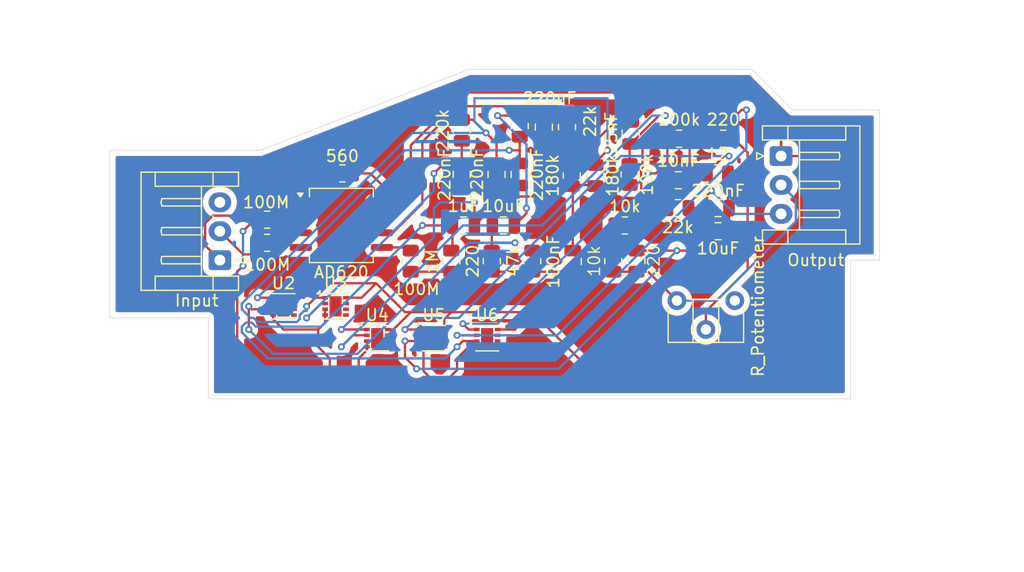
<source format=kicad_pcb>
(kicad_pcb (version 20241229) (generator "pcbnew") (generator_version "9.0")
  (layers (0 "F.Cu" signal) (2 "B.Cu" signal) (13 "F.Paste" user) (15 "B.Paste" user) (5 "F.SilkS" user "F.Silkscreen") (7 "B.SilkS" user "B.Silkscreen") (1 "F.Mask" user) (3 "B.Mask" user) (25 "Edge.Cuts" user))
  (net 0 "")
  (net 1 "Net-(C1-Pad1)")
  (net 2 "Net-(C1-Pad2)")
  (net 3 "Net-(U2A-+)")
  (net 4 "Net-(U2A--)")
  (net 5 "Net-(C3-Pad2)")
  (net 6 "Net-(C4-Pad1)")
  (net 7 "Net-(U3A--)")
  (net 8 "Net-(C6-Pad1)")
  (net 9 "GND")
  (net 10 "Net-(C7-Pad2)")
  (net 11 "Net-(U6A--)")
  (net 12 "Net-(C8-Pad1)")
  (net 13 "Net-(U4A--)")
  (net 14 "Net-(U6A-+)")
  (net 15 "Sound Card")
  (net 16 "Net-(C10-Pad2)")
  (net 17 "Net-(U5A-+)")
  (net 18 "Net-(R1-Pad2)")
  (net 19 "Net-(R1-Pad1)")
  (net 20 "Net-(R2-Pad1)")
  (net 21 "Net-(R10-Pad1)")
  (net 22 "Net-(U5A--)")
  (net 23 "GNDA")
  (net 24 "bioIN-")
  (net 25 "bioIN+")
  (net 26 "bioRef")
  (net 27 "Net-(U2C-PAD)")
  (net 29 "+9V")
  (footprint "Resistor_SMD:R_0805_2012Metric" (layer "F.Cu") (at 147.5 86.0875 -90)
    (property "Reference" "R15" (hide yes))
    (property "Value" "220" (at 0 -1.5 90) (layer "F.SilkS") (effects (font (thickness 0.125))))
    (pad "1" smd roundrect (at -0.9125 0 270) (size 1.025 1.4) (layers "F.Cu" "F.Mask" "F.Paste") (roundrect_rratio 0.243902) (net 17 "Net-(U5A-+)"))
    (pad "2" smd roundrect (at 0.9125 0 270) (size 1.025 1.4) (layers "F.Cu" "F.Mask" "F.Paste") (roundrect_rratio 0.243902) (net 9 "GND"))
  )
  (footprint "Capacitor_SMD:C_0805_2012Metric" (layer "F.Cu") (at 142 86.125 -90)
    (property "Reference" "C6" (hide yes))
    (property "Value" "100nF" (at 0 1.68 90) (layer "F.SilkS"))
    (pad "1" smd roundrect (at -0.95 0 270) (size 1 1.45) (layers "F.Cu" "F.Mask" "F.Paste") (net 8 "Net-(C6-Pad1)"))
    (pad "2" smd roundrect (at 0.95 0 270) (size 1 1.45) (layers "F.Cu" "F.Mask" "F.Paste") (net 9 "GND"))
  )
  (footprint "Resistor_SMD:R_0805_2012Metric" (layer "F.Cu") (at 151.185 75.5 180)
    (property "Reference" "R12" (hide yes))
    (property "Value" "100k" (at 0 1.65 0) (layer "F.SilkS"))
    (pad "1" smd roundrect (at -0.9125 0 180) (size 1.025 1.4) (layers "F.Cu" "F.Mask" "F.Paste") (roundrect_rratio 0.243902) (net 11 "Net-(U6A--)"))
    (pad "2" smd roundrect (at 0.9125 0 180) (size 1.025 1.4) (layers "F.Cu" "F.Mask" "F.Paste") (roundrect_rratio 0.243902) (net 10 "Net-(C7-Pad2)"))
  )
  (footprint "Resistor_SMD:R_0805_2012Metric" (layer "F.Cu") (at 132.4125 74.7625 -90)
    (property "Reference" "R5" (hide yes))
    (property "Value" "220k" (at 0 1.65 90) (layer "F.SilkS"))
    (pad "1" smd roundrect (at -0.9125 0 270) (size 1.025 1.4) (layers "F.Cu" "F.Mask" "F.Paste") (roundrect_rratio 0.243902) (net 6 "Net-(C4-Pad1)"))
    (pad "2" smd roundrect (at 0.9125 0 270) (size 1.025 1.4) (layers "F.Cu" "F.Mask" "F.Paste") (roundrect_rratio 0.243902) (net 7 "Net-(U3A--)"))
  )
  (footprint "Package_DFN_QFN:DFN-8-1EP_2x2mm_P0.5mm_EP1.05x1.75mm" (layer "F.Cu") (at 125.1 92.75)
    (property "Reference" "U4" (at 0 -2 0) (layer "F.SilkS"))
    (property "Value" "LM358_DFN" (hide yes))
    (pad "1" smd rect (at -0.9 -0.75) (size 0.5 0.3) (layers "F.Cu" "F.Mask" "F.Paste") (net 12 "Net-(C8-Pad1)"))
    (pad "2" smd rect (at -0.9 -0.25) (size 0.5 0.3) (layers "F.Cu" "F.Mask" "F.Paste") (net 13 "Net-(U4A--)"))
    (pad "3" smd rect (at -0.9 0.25) (size 0.5 0.3) (layers "F.Cu" "F.Mask" "F.Paste") (net 9 "GND"))
    (pad "4" smd rect (at -0.9 0.75) (size 0.5 0.3) (layers "F.Cu" "F.Mask" "F.Paste") (net 9 "GND"))
    (pad "5" smd rect (at 0.9 0.75) (size 0.5 0.3) (layers "F.Cu" "F.Mask" "F.Paste"))
    (pad "6" smd rect (at 0.9 0.25) (size 0.5 0.3) (layers "F.Cu" "F.Mask" "F.Paste"))
    (pad "7" smd rect (at 0.9 -0.25) (size 0.5 0.3) (layers "F.Cu" "F.Mask" "F.Paste"))
    (pad "8" smd rect (at 0.9 -0.75) (size 0.5 0.3) (layers "F.Cu" "F.Mask" "F.Paste") (net 29 "+9V"))
    (pad "9" smd rect (at 0 0) (size 1.05 1.75) (layers "F.Cu" "F.Mask") (net 27 "Net-(U2C-PAD)"))
  )
  (footprint "Capacitor_SMD:C_0805_2012Metric" (layer "F.Cu") (at 137.4125 78.5875 -90)
    (property "Reference" "C3" (hide yes))
    (property "Value" "220nF" (at 0 -1.49 90) (layer "F.SilkS"))
    (pad "1" smd roundrect (at -0.95 0 270) (size 1 1.45) (layers "F.Cu" "F.Mask" "F.Paste") (net 4 "Net-(U2A--)"))
    (pad "2" smd roundrect (at 0.95 0 270) (size 1 1.45) (layers "F.Cu" "F.Mask" "F.Paste") (net 5 "Net-(C3-Pad2)"))
  )
  (footprint "Resistor_SMD:R_0805_2012Metric" (layer "F.Cu") (at 145.5 86.0875 -90)
    (property "Reference" "R20" (hide yes))
    (property "Value" "10k" (at 0 1.65 90) (layer "F.SilkS") (effects (font (thickness 0.125))))
    (pad "1" smd roundrect (at -0.9125 0 270) (size 1.025 1.4) (layers "F.Cu" "F.Mask" "F.Paste") (roundrect_rratio 0.243902) (net 27 "Net-(U2C-PAD)"))
    (pad "2" smd roundrect (at 0.9125 0 270) (size 1.025 1.4) (layers "F.Cu" "F.Mask" "F.Paste") (roundrect_rratio 0.243902) (net 9 "GND"))
  )
  (footprint "Resistor_SMD:R_0805_2012Metric" (layer "F.Cu") (at 122.0875 78.5)
    (property "Reference" "R1" (hide yes))
    (property "Value" "560" (at 0 -1.5 0) (layer "F.SilkS"))
    (pad "1" smd roundrect (at -0.9125 0) (size 1.025 1.4) (layers "F.Cu" "F.Mask" "F.Paste") (roundrect_rratio 0.243902) (net 19 "Net-(R1-Pad1)"))
    (pad "2" smd roundrect (at 0.9125 0) (size 1.025 1.4) (layers "F.Cu" "F.Mask" "F.Paste") (roundrect_rratio 0.243902) (net 18 "Net-(R1-Pad2)"))
  )
  (footprint "Package_DFN_QFN:DFN-8-1EP_2x2mm_P0.5mm_EP1.05x1.75mm" (layer "F.Cu") (at 117 90)
    (property "Reference" "U2" (at 0 -2 0) (layer "F.SilkS"))
    (property "Value" "LM358_DFN" (hide yes))
    (pad "1" smd rect (at -0.9 -0.75) (size 0.5 0.3) (layers "F.Cu" "F.Mask" "F.Paste") (net 4 "Net-(U2A--)"))
    (pad "2" smd rect (at -0.9 -0.25) (size 0.5 0.3) (layers "F.Cu" "F.Mask" "F.Paste") (net 4 "Net-(U2A--)"))
    (pad "3" smd rect (at -0.9 0.25) (size 0.5 0.3) (layers "F.Cu" "F.Mask" "F.Paste") (net 3 "Net-(U2A-+)"))
    (pad "4" smd rect (at -0.9 0.75) (size 0.5 0.3) (layers "F.Cu" "F.Mask" "F.Paste") (net 9 "GND"))
    (pad "5" smd rect (at 0.9 0.75) (size 0.5 0.3) (layers "F.Cu" "F.Mask" "F.Paste"))
    (pad "6" smd rect (at 0.9 0.25) (size 0.5 0.3) (layers "F.Cu" "F.Mask" "F.Paste"))
    (pad "7" smd rect (at 0.9 -0.25) (size 0.5 0.3) (layers "F.Cu" "F.Mask" "F.Paste"))
    (pad "8" smd rect (at 0.9 -0.75) (size 0.5 0.3) (layers "F.Cu" "F.Mask" "F.Paste") (net 29 "+9V"))
    (pad "9" smd rect (at 0 0) (size 1.05 1.75) (layers "F.Cu" "F.Mask") (net 27 "Net-(U2C-PAD)"))
  )
  (footprint "Resistor_SMD:R_0805_2012Metric" (layer "F.Cu") (at 146.5 83 180)
    (property "Reference" "R19" (hide yes))
    (property "Value" "10k" (at 0 1.65 0) (layer "F.SilkS"))
    (pad "1" smd roundrect (at -0.9125 0 180) (size 1.025 1.4) (layers "F.Cu" "F.Mask" "F.Paste") (roundrect_rratio 0.243902) (net 29 "+9V"))
    (pad "2" smd roundrect (at 0.9125 0 180) (size 1.025 1.4) (layers "F.Cu" "F.Mask" "F.Paste") (roundrect_rratio 0.243902) (net 27 "Net-(U2C-PAD)"))
  )
  (footprint "Resistor_SMD:R_0805_2012Metric" (layer "F.Cu") (at 128 86.0875 90)
    (property "Reference" "R18" (hide yes))
    (property "Value" "100M" (at -2.4125 0.49 180) (layer "F.SilkS"))
    (pad "1" smd roundrect (at -0.9125 0 90) (size 1.025 1.4) (layers "F.Cu" "F.Mask" "F.Paste") (roundrect_rratio 0.243902) (net 9 "GND"))
    (pad "2" smd roundrect (at 0.9125 0 90) (size 1.025 1.4) (layers "F.Cu" "F.Mask" "F.Paste") (roundrect_rratio 0.243902) (net 26 "bioRef"))
  )
  (footprint "Connector_JST:JST_EH_S3B-EH_1x03_P2.50mm_Horizontal" (layer "F.Cu") (at 111.5 86 90)
    (property "Reference" "J2" (hide yes))
    (property "Value" "Input" (at -3.5 -2 0) (layer "F.SilkS"))
    (pad "1" thru_hole roundrect (at 0 0 90) (size 1.7 1.95) (drill 0.95) (layers "*.Cu" "*.Mask") (roundrect_rratio 0.147059) (net 24 "bioIN-"))
    (pad "2" thru_hole oval (at 2.5 0 90) (size 1.7 1.95) (drill 0.95) (layers "*.Cu" "*.Mask") (net 25 "bioIN+"))
    (pad "3" thru_hole oval (at 5 0 90) (size 1.7 1.95) (drill 0.95) (layers "*.Cu" "*.Mask") (net 26 "bioRef"))
  )
  (footprint "Package_DFN_QFN:DFN-8-1EP_2x2mm_P0.5mm_EP1.05x1.75mm" (layer "F.Cu") (at 130 92.75)
    (property "Reference" "U5" (at 0 -2 0) (layer "F.SilkS"))
    (property "Value" "LM358_DFN" (hide yes))
    (pad "1" smd rect (at -0.9 -0.75) (size 0.5 0.3) (layers "F.Cu" "F.Mask" "F.Paste") (net 22 "Net-(U5A--)"))
    (pad "2" smd rect (at -0.9 -0.25) (size 0.5 0.3) (layers "F.Cu" "F.Mask" "F.Paste") (net 22 "Net-(U5A--)"))
    (pad "3" smd rect (at -0.9 0.25) (size 0.5 0.3) (layers "F.Cu" "F.Mask" "F.Paste") (net 17 "Net-(U5A-+)"))
    (pad "4" smd rect (at -0.9 0.75) (size 0.5 0.3) (layers "F.Cu" "F.Mask" "F.Paste") (net 9 "GND"))
    (pad "5" smd rect (at 0.9 0.75) (size 0.5 0.3) (layers "F.Cu" "F.Mask" "F.Paste"))
    (pad "6" smd rect (at 0.9 0.25) (size 0.5 0.3) (layers "F.Cu" "F.Mask" "F.Paste"))
    (pad "7" smd rect (at 0.9 -0.25) (size 0.5 0.3) (layers "F.Cu" "F.Mask" "F.Paste"))
    (pad "8" smd rect (at 0.9 -0.75) (size 0.5 0.3) (layers "F.Cu" "F.Mask" "F.Paste") (net 29 "+9V"))
    (pad "9" smd rect (at 0 0) (size 1.05 1.75) (layers "F.Cu" "F.Mask") (net 27 "Net-(U2C-PAD)"))
  )
  (footprint "Resistor_SMD:R_0805_2012Metric" (layer "F.Cu") (at 137.4125 74.4125 -90)
    (property "Reference" "R4" (hide yes))
    (property "Value" "12")
    (pad "1" smd roundrect (at -0.9125 0 270) (size 1.025 1.4) (layers "F.Cu" "F.Mask" "F.Paste") (roundrect_rratio 0.243902) (net 2 "Net-(C1-Pad2)"))
    (pad "2" smd roundrect (at 0.9125 0 270) (size 1.025 1.4) (layers "F.Cu" "F.Mask" "F.Paste") (roundrect_rratio 0.243902) (net 4 "Net-(U2A--)"))
  )
  (footprint "Resistor_SMD:R_0805_2012Metric" (layer "F.Cu") (at 135 86.0875 -90)
    (property "Reference" "R3" (hide yes))
    (property "Value" "220" (at 0 1.65 90) (layer "F.SilkS"))
    (pad "1" smd roundrect (at -0.9125 0 270) (size 1.025 1.4) (layers "F.Cu" "F.Mask" "F.Paste") (roundrect_rratio 0.243902) (net 3 "Net-(U2A-+)"))
    (pad "2" smd roundrect (at 0.9125 0 270) (size 1.025 1.4) (layers "F.Cu" "F.Mask" "F.Paste") (roundrect_rratio 0.243902) (net 9 "GND"))
  )
  (footprint "Resistor_SMD:R_0805_2012Metric" (layer "F.Cu") (at 151.0875 81.5)
    (property "Reference" "R13" (hide yes))
    (property "Value" "22k" (at 0 1.65 0) (layer "F.SilkS"))
    (pad "1" smd roundrect (at -0.9125 0) (size 1.025 1.4) (layers "F.Cu" "F.Mask" "F.Paste") (roundrect_rratio 0.243902) (net 10 "Net-(C7-Pad2)"))
    (pad "2" smd roundrect (at 0.9125 0) (size 1.025 1.4) (layers "F.Cu" "F.Mask" "F.Paste") (roundrect_rratio 0.243902) (net 15 "Sound Card"))
  )
  (footprint "Resistor_SMD:R_0805_2012Metric" (layer "F.Cu") (at 131.5 86.0875 -90)
    (property "Reference" "R11" (hide yes))
    (property "Value" "1M" (at 0 1.65 90) (layer "F.SilkS"))
    (pad "1" smd roundrect (at -0.9125 0 270) (size 1.025 1.4) (layers "F.Cu" "F.Mask" "F.Paste") (roundrect_rratio 0.243902) (net 14 "Net-(U6A-+)"))
    (pad "2" smd roundrect (at 0.9125 0 270) (size 1.025 1.4) (layers "F.Cu" "F.Mask" "F.Paste") (roundrect_rratio 0.243902) (net 9 "GND"))
  )
  (footprint "Capacitor_SMD:C_0805_2012Metric" (layer "F.Cu") (at 147 75 -90)
    (property "Reference" "C8" (hide yes))
    (property "Value" "25nF" (at 0 1.68 90) (layer "F.SilkS"))
    (pad "1" smd roundrect (at -0.95 0 270) (size 1 1.45) (layers "F.Cu" "F.Mask" "F.Paste") (net 12 "Net-(C8-Pad1)"))
    (pad "2" smd roundrect (at 0.95 0 270) (size 1 1.45) (layers "F.Cu" "F.Mask" "F.Paste") (net 13 "Net-(U4A--)"))
  )
  (footprint "Capacitor_SMD:C_0805_2012Metric" (layer "F.Cu") (at 136 83 180)
    (property "Reference" "C2" (hide yes))
    (property "Value" "10uF" (at 0 1.68 0) (layer "F.SilkS"))
    (pad "1" smd roundrect (at -0.95 0 180) (size 1 1.45) (layers "F.Cu" "F.Mask" "F.Paste") (net 2 "Net-(C1-Pad2)"))
    (pad "2" smd roundrect (at 0.95 0 180) (size 1 1.45) (layers "F.Cu" "F.Mask" "F.Paste") (net 3 "Net-(U2A-+)"))
  )
  (footprint "Resistor_SMD:R_0805_2012Metric" (layer "F.Cu") (at 143.9525 78.6825 -90)
    (property "Reference" "R6" (hide yes))
    (property "Value" "180k" (at 0 -1.5 90) (layer "F.SilkS"))
    (pad "1" smd roundrect (at -0.9125 0 270) (size 1.025 1.4) (layers "F.Cu" "F.Mask" "F.Paste") (roundrect_rratio 0.243902) (net 6 "Net-(C4-Pad1)"))
    (pad "2" smd roundrect (at 0.9125 0 270) (size 1.025 1.4) (layers "F.Cu" "F.Mask" "F.Paste") (roundrect_rratio 0.243902) (net 8 "Net-(C6-Pad1)"))
  )
  (footprint "Package_SO:SOIC-8_5.3x6.2mm_P1.27mm" (layer "F.Cu") (at 122 83)
    (property "Reference" "U1" (hide yes))
    (property "Value" "AD620" (at 0 4.05 0) (layer "F.SilkS"))
    (pad "1" smd roundrect (at -3.5 -1.905) (size 1.9 0.6) (layers "F.Cu" "F.Mask" "F.Paste") (net 19 "Net-(R1-Pad1)"))
    (pad "2" smd roundrect (at -3.5 -0.635) (size 1.9 0.6) (layers "F.Cu" "F.Mask" "F.Paste") (net 24 "bioIN-"))
    (pad "3" smd roundrect (at -3.5 0.635) (size 1.9 0.6) (layers "F.Cu" "F.Mask" "F.Paste") (net 25 "bioIN+"))
    (pad "4" smd roundrect (at -3.5 1.905) (size 1.9 0.6) (layers "F.Cu" "F.Mask" "F.Paste") (net 23 "GNDA"))
    (pad "5" smd roundrect (at 3.5 1.905) (size 1.9 0.6) (layers "F.Cu" "F.Mask" "F.Paste") (net 26 "bioRef"))
    (pad "6" smd roundrect (at 3.5 0.635) (size 1.9 0.6) (layers "F.Cu" "F.Mask" "F.Paste") (net 20 "Net-(R2-Pad1)"))
    (pad "7" smd roundrect (at 3.5 -0.635) (size 1.9 0.6) (layers "F.Cu" "F.Mask" "F.Paste") (net 29 "+9V"))
    (pad "8" smd roundrect (at 3.5 -1.905) (size 1.9 0.6) (layers "F.Cu" "F.Mask" "F.Paste") (net 18 "Net-(R1-Pad2)"))
  )
  (footprint "Capacitor_SMD:C_0805_2012Metric" (layer "F.Cu") (at 135.4125 78.5875 -90)
    (property "Reference" "C4" (hide yes))
    (property "Value" "220nF" (at 0 1.68 90) (layer "F.SilkS"))
    (pad "1" smd roundrect (at -0.95 0 270) (size 1 1.45) (layers "F.Cu" "F.Mask" "F.Paste") (net 6 "Net-(C4-Pad1)"))
    (pad "2" smd roundrect (at 0.95 0 270) (size 1 1.45) (layers "F.Cu" "F.Mask" "F.Paste") (net 5 "Net-(C3-Pad2)"))
  )
  (footprint "Package_DFN_QFN:DFN-8-1EP_2x2mm_P0.5mm_EP1.05x1.75mm" (layer "F.Cu") (at 121.5 90)
    (property "Reference" "U3" (at 0 -2 0) (layer "F.SilkS"))
    (property "Value" "LM358_DFN" (hide yes))
    (pad "1" smd rect (at -0.9 -0.75) (size 0.5 0.3) (layers "F.Cu" "F.Mask" "F.Paste") (net 6 "Net-(C4-Pad1)"))
    (pad "2" smd rect (at -0.9 -0.25) (size 0.5 0.3) (layers "F.Cu" "F.Mask" "F.Paste") (net 7 "Net-(U3A--)"))
    (pad "3" smd rect (at -0.9 0.25) (size 0.5 0.3) (layers "F.Cu" "F.Mask" "F.Paste") (net 9 "GND"))
    (pad "4" smd rect (at -0.9 0.75) (size 0.5 0.3) (layers "F.Cu" "F.Mask" "F.Paste") (net 9 "GND"))
    (pad "5" smd rect (at 0.9 0.75) (size 0.5 0.3) (layers "F.Cu" "F.Mask" "F.Paste"))
    (pad "6" smd rect (at 0.9 0.25) (size 0.5 0.3) (layers "F.Cu" "F.Mask" "F.Paste"))
    (pad "7" smd rect (at 0.9 -0.25) (size 0.5 0.3) (layers "F.Cu" "F.Mask" "F.Paste"))
    (pad "8" smd rect (at 0.9 -0.75) (size 0.5 0.3) (layers "F.Cu" "F.Mask" "F.Paste") (net 29 "+9V"))
    (pad "9" smd rect (at 0 0) (size 1.05 1.75) (layers "F.Cu" "F.Mask") (net 27 "Net-(U2C-PAD)"))
  )
  (footprint "Resistor_SMD:R_0805_2012Metric" (layer "F.Cu") (at 141.5 74.5 -90)
    (property "Reference" "R2" (hide yes))
    (property "Value" "22k" (at -0.5 -2 90) (layer "F.SilkS"))
    (pad "1" smd roundrect (at -0.9125 0 270) (size 1.025 1.4) (layers "F.Cu" "F.Mask" "F.Paste") (roundrect_rratio 0.243902) (net 20 "Net-(R2-Pad1)"))
    (pad "2" smd roundrect (at 0.9125 0 270) (size 1.025 1.4) (layers "F.Cu" "F.Mask" "F.Paste") (roundrect_rratio 0.243902) (net 1 "Net-(C1-Pad1)"))
  )
  (footprint "Resistor_SMD:R_0805_2012Metric" (layer "F.Cu") (at 154.5 78.5 180)
    (property "Reference" "R14" (hide yes))
    (property "Value" "12" (at 0 1.65 0) (layer "F.SilkS"))
    (pad "1" smd roundrect (at -0.9125 0 180) (size 1.025 1.4) (layers "F.Cu" "F.Mask" "F.Paste") (roundrect_rratio 0.243902) (net 16 "Net-(C10-Pad2)"))
    (pad "2" smd roundrect (at 0.9125 0 180) (size 1.025 1.4) (layers "F.Cu" "F.Mask" "F.Paste") (roundrect_rratio 0.243902) (net 22 "Net-(U5A--)"))
  )
  (footprint "Potentiometer_THT:Potentiometer_ACP_CA6-H2,5_Horizontal" (layer "F.Cu") (at 156 89.5 -90)
    (property "Reference" "RV1" (hide yes))
    (property "Value" "R_Potentiometer" (at 0.5 -2 90) (layer "F.SilkS"))
    (pad "1" thru_hole circle (at 0 0 270) (size 1.62 1.62) (drill 0.9) (layers "*.Cu" "*.Mask"))
    (pad "2" thru_hole circle (at 2.5 2.5 270) (size 1.62 1.62) (drill 0.9) (layers "*.Cu" "*.Mask") (net 21 "Net-(R10-Pad1)"))
    (pad "3" thru_hole circle (at 0 5 270) (size 1.62 1.62) (drill 0.9) (layers "*.Cu" "*.Mask") (net 9 "GND"))
  )
  (footprint "Capacitor_SMD:C_0805_2012Metric" (layer "F.Cu") (at 151.125 79.09 180)
    (property "Reference" "C7" (hide yes))
    (property "Value" "10nF" (at 0 1.68 0) (layer "F.SilkS"))
    (pad "1" smd roundrect (at -0.95 0 180) (size 1 1.45) (layers "F.Cu" "F.Mask" "F.Paste") (net 11 "Net-(U6A--)"))
    (pad "2" smd roundrect (at 0.95 0 180) (size 1 1.45) (layers "F.Cu" "F.Mask" "F.Paste") (net 10 "Net-(C7-Pad2)"))
  )
  (footprint "Resistor_SMD:R_0805_2012Metric" (layer "F.Cu") (at 141.9125 78.675 -90)
    (property "Reference" "R8" (hide yes))
    (property "Value" "180k" (at 0 1.65 90) (layer "F.SilkS"))
    (pad "1" smd roundrect (at -0.9125 0 270) (size 1.025 1.4) (layers "F.Cu" "F.Mask" "F.Paste") (roundrect_rratio 0.243902) (net 12 "Net-(C8-Pad1)"))
    (pad "2" smd roundrect (at 0.9125 0 270) (size 1.025 1.4) (layers "F.Cu" "F.Mask" "F.Paste") (roundrect_rratio 0.243902) (net 8 "Net-(C6-Pad1)"))
  )
  (footprint "Resistor_SMD:R_0805_2012Metric" (layer "F.Cu") (at 146.9125 78.5875 90)
    (property "Reference" "R9" (hide yes))
    (property "Value" "100k" (at 0 1.5 90) (layer "F.SilkS"))
    (pad "1" smd roundrect (at -0.9125 0 90) (size 1.025 1.4) (layers "F.Cu" "F.Mask" "F.Paste") (roundrect_rratio 0.243902) (net 8 "Net-(C6-Pad1)"))
    (pad "2" smd roundrect (at 0.9125 0 90) (size 1.025 1.4) (layers "F.Cu" "F.Mask" "F.Paste") (roundrect_rratio 0.243902) (net 13 "Net-(U4A--)"))
  )
  (footprint "Resistor_SMD:R_0805_2012Metric" (layer "F.Cu") (at 115.5875 82.5 180)
    (property "Reference" "R16" (hide yes))
    (property "Value" "100M" (at 0.0875 1.5 0) (layer "F.SilkS"))
    (pad "1" smd roundrect (at -0.9125 0 180) (size 1.025 1.4) (layers "F.Cu" "F.Mask" "F.Paste") (roundrect_rratio 0.243902) (net 24 "bioIN-"))
    (pad "2" smd roundrect (at 0.9125 0 180) (size 1.025 1.4) (layers "F.Cu" "F.Mask" "F.Paste") (roundrect_rratio 0.243902) (net 9 "GND"))
  )
  (footprint "Capacitor_SMD:C_0805_2012Metric" (layer "F.Cu") (at 132.4025 78.5875 90)
    (property "Reference" "C5" (hide yes))
    (property "Value" "220nF" (at 0 -1.49 90) (layer "F.SilkS"))
    (pad "1" smd roundrect (at -0.95 0 90) (size 1 1.45) (layers "F.Cu" "F.Mask" "F.Paste") (net 5 "Net-(C3-Pad2)"))
    (pad "2" smd roundrect (at 0.95 0 90) (size 1 1.45) (layers "F.Cu" "F.Mask" "F.Paste") (net 7 "Net-(U3A--)"))
  )
  (footprint "Capacitor_SMD:C_0805_2012Metric" (layer "F.Cu") (at 154.55 83.5 180)
    (property "Reference" "C16" (hide yes))
    (property "Value" "10uF" (at 0 -1.49 0) (layer "F.SilkS"))
    (pad "1" smd roundrect (at -0.95 0 180) (size 1 1.45) (layers "F.Cu" "F.Mask" "F.Paste") (net 16 "Net-(C10-Pad2)"))
    (pad "2" smd roundrect (at 0.95 0 180) (size 1 1.45) (layers "F.Cu" "F.Mask" "F.Paste") (net 17 "Net-(U5A-+)"))
  )
  (footprint "Package_DFN_QFN:DFN-8-1EP_2x2mm_P0.5mm_EP1.05x1.75mm" (layer "F.Cu") (at 134.6 92.75)
    (property "Reference" "U6" (at 0 -2 0) (layer "F.SilkS"))
    (property "Value" "LM358_DFN" (hide yes))
    (pad "1" smd rect (at -0.9 -0.75) (size 0.5 0.3) (layers "F.Cu" "F.Mask" "F.Paste") (net 10 "Net-(C7-Pad2)"))
    (pad "2" smd rect (at -0.9 -0.25) (size 0.5 0.3) (layers "F.Cu" "F.Mask" "F.Paste") (net 11 "Net-(U6A--)"))
    (pad "3" smd rect (at -0.9 0.25) (size 0.5 0.3) (layers "F.Cu" "F.Mask" "F.Paste") (net 14 "Net-(U6A-+)"))
    (pad "4" smd rect (at -0.9 0.75) (size 0.5 0.3) (layers "F.Cu" "F.Mask" "F.Paste") (net 9 "GND"))
    (pad "5" smd rect (at 0.9 0.75) (size 0.5 0.3) (layers "F.Cu" "F.Mask" "F.Paste"))
    (pad "6" smd rect (at 0.9 0.25) (size 0.5 0.3) (layers "F.Cu" "F.Mask" "F.Paste"))
    (pad "7" smd rect (at 0.9 -0.25) (size 0.5 0.3) (layers "F.Cu" "F.Mask" "F.Paste"))
    (pad "8" smd rect (at 0.9 -0.75) (size 0.5 0.3) (layers "F.Cu" "F.Mask" "F.Paste") (net 29 "+9V"))
    (pad "9" smd rect (at 0 0) (size 1.05 1.75) (layers "F.Cu" "F.Mask") (net 27 "Net-(U2C-PAD)"))
  )
  (footprint "Capacitor_SMD:C_0805_2012Metric" (layer "F.Cu") (at 154.55 81.5)
    (property "Reference" "C10" (hide yes))
    (property "Value" "220nF" (at 0 -1.5 0) (layer "F.SilkS"))
    (pad "1" smd roundrect (at -0.95 0) (size 1 1.45) (layers "F.Cu" "F.Mask" "F.Paste") (net 15 "Sound Card"))
    (pad "2" smd roundrect (at 0.95 0) (size 1 1.45) (layers "F.Cu" "F.Mask" "F.Paste") (net 16 "Net-(C10-Pad2)"))
  )
  (footprint "Resistor_SMD:R_0805_2012Metric" (layer "F.Cu") (at 155 75.5 180)
    (property "Reference" "R10" (hide yes))
    (property "Value" "220" (at 0 1.65 0) (layer "F.SilkS"))
    (pad "1" smd roundrect (at -0.9125 0 180) (size 1.025 1.4) (layers "F.Cu" "F.Mask" "F.Paste") (roundrect_rratio 0.243902) (net 21 "Net-(R10-Pad1)"))
    (pad "2" smd roundrect (at 0.9125 0 180) (size 1.025 1.4) (layers "F.Cu" "F.Mask" "F.Paste") (roundrect_rratio 0.243902) (net 11 "Net-(U6A--)"))
  )
  (footprint "Capacitor_SMD:C_0805_2012Metric" (layer "F.Cu") (at 132.55 83 180)
    (property "Reference" "C9" (hide yes))
    (property "Value" "1uF" (at 0 1.68 0) (layer "F.SilkS"))
    (pad "1" smd roundrect (at -0.95 0 180) (size 1 1.45) (layers "F.Cu" "F.Mask" "F.Paste") (net 12 "Net-(C8-Pad1)"))
    (pad "2" smd roundrect (at 0.95 0 180) (size 1 1.45) (layers "F.Cu" "F.Mask" "F.Paste") (net 14 "Net-(U6A-+)"))
  )
  (footprint "Resistor_SMD:R_0805_2012Metric" (layer "F.Cu") (at 115.5875 84.5 180)
    (property "Reference" "R17" (hide yes))
    (property "Value" "100M" (at 0 -1.9 0) (layer "F.SilkS"))
    (pad "1" smd roundrect (at -0.9125 0 180) (size 1.025 1.4) (layers "F.Cu" "F.Mask" "F.Paste") (roundrect_rratio 0.243902) (net 25 "bioIN+"))
    (pad "2" smd roundrect (at 0.9125 0 180) (size 1.025 1.4) (layers "F.Cu" "F.Mask" "F.Paste") (roundrect_rratio 0.243902) (net 9 "GND"))
  )
  (footprint "Resistor_SMD:R_0805_2012Metric" (layer "F.Cu") (at 138.5 86.0875 -90)
    (property "Reference" "R7" (hide yes))
    (property "Value" "47k" (at 0 1.65 90) (layer "F.SilkS"))
    (pad "1" smd roundrect (at -0.9125 0 270) (size 1.025 1.4) (layers "F.Cu" "F.Mask" "F.Paste") (roundrect_rratio 0.243902) (net 5 "Net-(C3-Pad2)"))
    (pad "2" smd roundrect (at 0.9125 0 270) (size 1.025 1.4) (layers "F.Cu" "F.Mask" "F.Paste") (roundrect_rratio 0.243902) (net 9 "GND"))
  )
  (footprint "Connector_JST:JST_EH_S3B-EH_1x03_P2.50mm_Horizontal" (layer "F.Cu") (at 160 77 -90)
    (property "Reference" "J1" (hide yes))
    (property "Value" "Output" (at 9 -3 180) (layer "F.SilkS"))
    (pad "1" thru_hole roundrect (at 0 0 270) (size 1.7 1.95) (drill 0.95) (layers "*.Cu" "*.Mask") (roundrect_rratio 0.147059) (net 29 "+9V"))
    (pad "2" thru_hole oval (at 2.5 0 270) (size 1.7 1.95) (drill 0.95) (layers "*.Cu" "*.Mask") (net 9 "GND"))
    (pad "3" thru_hole oval (at 5 0 270) (size 1.7 1.95) (drill 0.95) (layers "*.Cu" "*.Mask") (net 15 "Sound Card"))
  )
  (footprint "Capacitor_SMD:C_0805_2012Metric" (layer "F.Cu") (at 139.5 74.5 90)
    (property "Reference" "C1" (hide yes))
    (property "Value" "220nF" (at 2.5 0.5 180) (layer "F.SilkS"))
    (pad "1" smd roundrect (at -0.95 0 90) (size 1 1.45) (layers "F.Cu" "F.Mask" "F.Paste") (net 1 "Net-(C1-Pad1)"))
    (pad "2" smd roundrect (at 0.95 0 90) (size 1 1.45) (layers "F.Cu" "F.Mask" "F.Paste") (net 2 "Net-(C1-Pad2)"))
  )
  (gr_line (start 157.5 69.5) (end 133 69.5) (stroke (width 0.05)) (layer "Edge.Cuts"))
  (gr_line (start 166 86) (end 168.5 86) (stroke (width 0.05)) (layer "Edge.Cuts"))
  (gr_line (start 102 76.5) (end 102 91) (stroke (width 0.05)) (layer "Edge.Cuts"))
  (gr_line (start 110.5 98) (end 166 98) (stroke (width 0.05)) (layer "Edge.Cuts"))
  (gr_line (start 166 98) (end 166 86) (stroke (width 0.05)) (layer "Edge.Cuts"))
  (gr_line (start 168.5 73) (end 161 73) (stroke (width 0.05)) (layer "Edge.Cuts"))
  (gr_line (start 133 69.5) (end 115 76.5) (stroke (width 0.05)) (layer "Edge.Cuts"))
  (gr_line (start 110.5 91) (end 110.5 98) (stroke (width 0.05)) (layer "Edge.Cuts"))
  (gr_line (start 115 76.5) (end 102 76.5) (stroke (width 0.05)) (layer "Edge.Cuts"))
  (gr_line (start 161 73) (end 157.5 69.5) (stroke (width 0.05)) (layer "Edge.Cuts"))
  (gr_line (start 168.5 86) (end 168.5 73) (stroke (width 0.05)) (layer "Edge.Cuts"))
  (gr_line (start 102 91) (end 110.5 91) (stroke (width 0.05)) (layer "Edge.Cuts"))
  (segment (start 141.4625 75.45) (end 141.5 75.4125) (width 0.2) (layer "F.Cu") (net 1))
  (segment (start 139.5 75.45) (end 141.4625 75.45) (width 0.2) (layer "F.Cu") (net 1))
  (segment (start 137.4125 73.5) (end 135.5 73.5) (width 0.2) (layer "F.Cu") (net 2))
  (segment (start 138 81.95) (end 138 81.5) (width 0.2) (layer "F.Cu") (net 2))
  (segment (start 139.2 73.85) (end 139.5 73.55) (width 0.2) (layer "F.Cu") (net 2))
  (segment (start 139.45 73.5) (end 139.5 73.55) (width 0.2) (layer "F.Cu") (net 2))
  (segment (start 137.4125 73.5) (end 139.45 73.5) (width 0.2) (layer "F.Cu") (net 2))
  (segment (start 136.95 83) (end 138 81.95) (width 0.2) (layer "F.Cu") (net 2))
  (via (at 135.5 73.5) (size 0.6) (drill 0.3) (layers "F.Cu" "B.Cu") (net 2))
  (via (at 138 81.5) (size 0.6) (drill 0.3) (layers "F.Cu" "B.Cu") (net 2))
  (segment (start 135.5 73.5) (end 138 76) (width 0.2) (layer "B.Cu") (net 2))
  (segment (start 138 76) (end 138 81.5) (width 0.2) (layer "B.Cu") (net 2))
  (segment (start 135 83.05) (end 135.05 83) (width 0.2) (layer "F.Cu") (net 3))
  (segment (start 116.1 90.25) (end 114.5 90.25) (width 0.2) (layer "F.Cu") (net 3))
  (segment (start 114 90) (end 114 92) (width 0.2) (layer "F.Cu") (net 3))
  (segment (start 114.25 90.25) (end 114 90) (width 0.2) (layer "F.Cu") (net 3))
  (segment (start 135 85.175) (end 135 84.5) (width 0.2) (layer "F.Cu") (net 3))
  (segment (start 135 84.5) (end 135 83.05) (width 0.2) (layer "F.Cu") (net 3))
  (segment (start 114.5 90.25) (end 114.25 90.25) (width 0.2) (layer "F.Cu") (net 3))
  (segment (start 135 84.5) (end 137 84.5) (width 0.2) (layer "F.Cu") (net 3))
  (via (at 114 90) (size 0.6) (drill 0.3) (layers "F.Cu" "B.Cu") (net 3))
  (via (at 137 84.5) (size 0.6) (drill 0.3) (layers "F.Cu" "B.Cu") (net 3))
  (via (at 114 92) (size 0.6) (drill 0.3) (layers "F.Cu" "B.Cu") (net 3))
  (segment (start 137 84.5) (end 133 84.5) (width 0.2) (layer "B.Cu") (net 3))
  (segment (start 123.399 94.101) (end 116.101 94.101) (width 0.2) (layer "B.Cu") (net 3))
  (segment (start 133 84.5) (end 123.399 94.101) (width 0.2) (layer "B.Cu") (net 3))
  (segment (start 116.101 94.101) (end 114 92) (width 0.2) (layer "B.Cu") (net 3))
  (segment (start 137.4125 75.325) (end 137.4125 76.5) (width 0.2) (layer "F.Cu") (net 4))
  (segment (start 137.4125 76.5) (end 137.4125 77.6375) (width 0.2) (layer "F.Cu") (net 4))
  (segment (start 116.1 89.25) (end 116.1 89.75) (width 0.2) (layer "F.Cu") (net 4))
  (segment (start 116.1 89.25) (end 114.75 89.25) (width 0.2) (layer "F.Cu") (net 4))
  (segment (start 137.4125 76.5) (end 136.5 76.5) (width 0.2) (layer "F.Cu") (net 4))
  (via (at 114.75 89.25) (size 0.6) (drill 0.3) (layers "F.Cu" "B.Cu") (net 4))
  (via (at 136.5 76.5) (size 0.6) (drill 0.3) (layers "F.Cu" "B.Cu") (net 4))
  (segment (start 127.5 76.5) (end 136.5 76.5) (width 0.2) (layer "B.Cu") (net 4))
  (segment (start 114.75 89.25) (end 127.5 76.5) (width 0.2) (layer "B.Cu") (net 4))
  (segment (start 137.4125 79.5375) (end 132.4025 79.5375) (width 0.2) (layer "F.Cu") (net 5))
  (segment (start 135.4125 77.6375) (end 135.4125 75.9125) (width 0.2) (layer "F.Cu") (net 6))
  (segment (start 143.9525 77.77) (end 143.9525 77.5475) (width 0.2) (layer "F.Cu") (net 6))
  (segment (start 133.35 73.85) (end 132.4125 73.85) (width 0.2) (layer "F.Cu") (net 6))
  (segment (start 119 90) (end 119.75 89.25) (width 0.2) (layer "F.Cu") (net 6))
  (segment (start 143.9525 77.5475) (end 145 76.5) (width 0.2) (layer "F.Cu") (net 6))
  (segment (start 134.5 75) (end 133.35 73.85) (width 0.2) (layer "F.Cu") (net 6))
  (segment (start 135.4125 75.9125) (end 134.5 75) (width 0.2) (layer "F.Cu") (net 6))
  (segment (start 119.75 89.25) (end 120.6 89.25) (width 0.2) (layer "F.Cu") (net 6))
  (via (at 119 90) (size 0.6) (drill 0.3) (layers "F.Cu" "B.Cu") (net 6))
  (via (at 145 76.5) (size 0.6) (drill 0.3) (layers "F.Cu" "B.Cu") (net 6))
  (via (at 134.5 75) (size 0.6) (drill 0.3) (layers "F.Cu" "B.Cu") (net 6))
  (segment (start 118.399 91.101) (end 118.149943 91.350057) (width 0.2) (layer "B.Cu") (net 6))
  (segment (start 133.5 72) (end 133.5 74) (width 0.2) (layer "B.Cu") (net 6))
  (segment (start 145 76.5) (end 145 72) (width 0.2) (layer "B.Cu") (net 6))
  (segment (start 128.150057 75) (end 134.5 75) (width 0.2) (layer "B.Cu") (net 6))
  (segment (start 113.399 90.248943) (end 113.399 89.751057) (width 0.2) (layer "B.Cu") (net 6))
  (segment (start 118.751057 90.399) (end 118.399 90.751057) (width 0.2) (layer "B.Cu") (net 6))
  (segment (start 114.148057 90.998) (end 113.399 90.248943) (width 0.2) (layer "B.Cu") (net 6))
  (segment (start 118.399 90.751057) (end 118.399 91.101) (width 0.2) (layer "B.Cu") (net 6))
  (segment (start 119 90.399) (end 118.751057 90.399) (width 0.2) (layer "B.Cu") (net 6))
  (segment (start 114.415043 90.998) (end 114.148057 90.998) (width 0.2) (layer "B.Cu") (net 6))
  (segment (start 119 90) (end 119 90.399) (width 0.2) (layer "B.Cu") (net 6))
  (segment (start 145 72) (end 133.5 72) (width 0.2) (layer "B.Cu") (net 6))
  (segment (start 114.7671 91.350057) (end 114.415043 90.998) (width 0.2) (layer "B.Cu") (net 6))
  (segment (start 113.399 89.751057) (end 128.150057 75) (width 0.2) (layer "B.Cu") (net 6))
  (segment (start 133.5 74) (end 134.5 75) (width 0.2) (layer "B.Cu") (net 6))
  (segment (start 118.149943 91.350057) (end 114.7671 91.350057) (width 0.2) (layer "B.Cu") (net 6))
  (segment (start 130 78.5) (end 130.8625 77.6375) (width 0.2) (layer "F.Cu") (net 7))
  (segment (start 132.4025 75.685) (end 132.4125 75.675) (width 0.2) (layer "F.Cu") (net 7))
  (segment (start 132.4025 77.6375) (end 132.4025 75.685) (width 0.2) (layer "F.Cu") (net 7))
  (segment (start 120.25 89.75) (end 119 91) (width 0.2) (layer "F.Cu") (net 7))
  (segment (start 120.6 89.75) (end 120.25 89.75) (width 0.2) (layer "F.Cu") (net 7))
  (segment (start 130.8625 77.6375) (end 132.4025 77.6375) (width 0.2) (layer "F.Cu") (net 7))
  (via (at 130 78.5) (size 0.6) (drill 0.3) (layers "F.Cu" "B.Cu") (net 7))
  (via (at 119 91) (size 0.6) (drill 0.3) (layers "F.Cu" "B.Cu") (net 7))
  (segment (start 130 80) (end 130 78.5) (width 0.2) (layer "B.Cu") (net 7))
  (segment (start 119 91) (end 130 80) (width 0.2) (layer "B.Cu") (net 7))
  (segment (start 142.5 79.5) (end 146.9125 79.5) (width 0.2) (layer "F.Cu") (net 8))
  (segment (start 142 79.675) (end 141.9125 79.5875) (width 0.2) (layer "F.Cu") (net 8))
  (segment (start 142.4125 79.5875) (end 142.5 79.5) (width 0.2) (layer "F.Cu") (net 8))
  (segment (start 141.9125 79.5875) (end 142.4125 79.5875) (width 0.2) (layer "F.Cu") (net 8))
  (segment (start 142 85.175) (end 142 79.675) (width 0.2) (layer "F.Cu") (net 8))
  (segment (start 147.5 87) (end 148.5 87) (width 0.2) (layer "F.Cu") (net 9))
  (segment (start 123.5 96) (end 124 96.5) (width 0.2) (layer "F.Cu") (net 9))
  (segment (start 128 87) (end 147.5 87) (width 0.2) (layer "F.Cu") (net 9))
  (segment (start 133 93.5) (end 132 94.5) (width 0.2) (layer "F.Cu") (net 9))
  (segment (start 120 93.5) (end 120 92) (width 0.2) (layer "F.Cu") (net 9))
  (segment (start 116.1 91.102) (end 116.1 90.75) (width 0.2) (layer "F.Cu") (net 9))
  (segment (start 130 96.5) (end 124 96.5) (width 0.2) (layer "F.Cu") (net 9))
  (segment (start 121 96) (end 121.5 96.5) (width 0.2) (layer "F.Cu") (net 9))
  (segment (start 133.7 93.5) (end 133 93.5) (width 0.2) (layer "F.Cu") (net 9))
  (segment (start 121 94.5) (end 120 93.5) (width 0.2) (layer "F.Cu") (net 9))
  (segment (start 124.2 93.8) (end 123.5 94.5) (width 0.2) (layer "F.Cu") (net 9))
  (segment (start 124 96.5) (end 121.5 96.5) (width 0.2) (layer "F.Cu") (net 9))
  (segment (start 114.675 82.5) (end 114.5 82.5) (width 0.2) (layer "F.Cu") (net 9))
  (segment (start 131 96.5) (end 130 96.5) (width 0.2) (layer "F.Cu") (net 9))
  (segment (start 124.2 93) (end 124.2 93.5) (width 0.2) (layer "F.Cu") (net 9))
  (segment (start 129.1 95.6) (end 130 96.5) (width 0.2) (layer "F.Cu") (net 9))
  (segment (start 124.2 93.5) (end 124.2 93.8) (width 0.2) (layer "F.Cu") (net 9))
  (segment (start 123.5 94.5) (end 123.5 96) (width 0.2) (layer "F.Cu") (net 9))
  (segment (start 113 94) (end 113 87) (width 0.2) (layer "F.Cu") (net 9))
  (segment (start 121.5 96.5) (end 115.5 96.5) (width 0.2) (layer "F.Cu") (net 9))
  (segment (start 116.998 92) (end 116.1 91.102) (width 0.2) (layer "F.Cu") (net 9))
  (segment (start 129.1 93.5) (end 129.1 95.6) (width 0.2) (layer "F.Cu") (net 9))
  (segment (start 114.675 82.5) (end 114.675 84.5) (width 0.2) (layer "F.Cu") (net 9))
  (segment (start 120.6 90.75) (end 120.6 91.4) (width 0.2) (layer "F.Cu") (net 9))
  (segment (start 132 94.5) (end 132 95.5) (width 0.2) (layer "F.Cu") (net 9))
  (segment (start 113 87) (end 113.5 86.5) (width 0.2) (layer "F.Cu") (net 9))
  (segment (start 114.5 82.5) (end 113.5 83.5) (width 0.2) (layer "F.Cu") (net 9))
  (segment (start 148.5 87) (end 151 89.5) (width 0.2) (layer "F.Cu") (net 9))
  (segment (start 120.6 90.75) (end 120.6 90.25) (width 0.2) (layer "F.Cu") (net 9))
  (segment (start 132 95.5) (end 131 96.5) (width 0.2) (layer "F.Cu") (net 9))
  (segment (start 120.6 91.4) (end 120 92) (width 0.2) (layer "F.Cu") (net 9))
  (segment (start 121 94.5) (end 121 96) (width 0.2) (layer "F.Cu") (net 9))
  (segment (start 120 92) (end 116.998 92) (width 0.2) (layer "F.Cu") (net 9))
  (segment (start 115.5 96.5) (end 113 94) (width 0.2) (layer "F.Cu") (net 9))
  (via (at 113.5 83.5) (size 0.6) (drill 0.3) (layers "F.Cu" "B.Cu") (net 9))
  (via (at 113.5 86.5) (size 0.6) (drill 0.3) (layers "F.Cu" "B.Cu") (net 9))
  (segment (start 161.276 82.652808) (end 154.428808 89.5) (width 0.2) (layer "B.Cu") (net 9))
  (segment (start 161.276 80.776) (end 161.276 82.652808) (width 0.2) (layer "B.Cu") (net 9))
  (segment (start 154.428808 89.5) (end 151 89.5) (width 0.2) (layer "B.Cu") (net 9))
  (segment (start 113.5 83.5) (end 113.5 86.5) (width 0.2) (layer "B.Cu") (net 9))
  (segment (start 160 79.5) (end 161.276 80.776) (width 0.2) (layer "B.Cu") (net 9))
  (segment (start 150.175 77.5) (end 150.175 75.5975) (width 0.2) (layer "F.Cu") (net 10))
  (segment (start 133.7 92) (end 133 92) (width 0.2) (layer "F.Cu") (net 10))
  (segment (start 133 92) (end 132.5 91.5) (width 0.2) (layer "F.Cu") (net 10))
  (segment (start 150.175 75.5975) (end 150.2725 75.5) (width 0.2) (layer "F.Cu") (net 10))
  (segment (start 150.175 81.5) (end 150.175 77.5) (width 0.2) (layer "F.Cu") (net 10))
  (segment (start 149.175 78.5) (end 148.5 78.5) (width 0.2) (layer "F.Cu") (net 10))
  (segment (start 150.175 77.5) (end 149.175 78.5) (width 0.2) (layer "F.Cu") (net 10))
  (via (at 148.5 78.5) (size 0.6) (drill 0.3) (layers "F.Cu" "B.Cu") (net 10))
  (via (at 132.5 91.5) (size 0.6) (drill 0.3) (layers "F.Cu" "B.Cu") (net 10))
  (segment (start 135.5 91.5) (end 148.5 78.5) (width 0.2) (layer "B.Cu") (net 10))
  (segment (start 132.5 91.5) (end 135.5 91.5) (width 0.2) (layer "B.Cu") (net 10))
  (segment (start 152.0975 75.5) (end 154.0875 75.5) (width 0.2) (layer "F.Cu") (net 11))
  (segment (start 152.0975 79.0675) (end 152.075 79.09) (width 0.2) (layer "F.Cu") (net 11))
  (segment (start 152.0975 75.5) (end 152.0975 79.0675) (width 0.2) (layer "F.Cu") (net 11))
  (segment (start 133.7 92.5) (end 132 92.5) (width 0.2) (layer "F.Cu") (net 11))
  (segment (start 154.0875 75.5) (end 156.5875 73) (width 0.2) (layer "F.Cu") (net 11))
  (segment (start 156.5875 73) (end 157 73) (width 0.2) (layer "F.Cu") (net 11))
  (via (at 157 73) (size 0.6) (drill 0.3) (layers "F.Cu" "B.Cu") (net 11))
  (via (at 132 92.5) (size 0.6) (drill 0.3) (layers "F.Cu" "B.Cu") (net 11))
  (segment (start 132 92.5) (end 140.650057 92.5) (width 0.2) (layer "B.Cu") (net 11))
  (segment (start 155.748943 77.601) (end 157 76.349943) (width 0.2) (layer "B.Cu") (net 11))
  (segment (start 155.549057 77.601) (end 155.748943 77.601) (width 0.2) (layer "B.Cu") (net 11))
  (segment (start 157 76.349943) (end 157 73) (width 0.2) (layer "B.Cu") (net 11))
  (segment (start 140.650057 92.5) (end 155.549057 77.601) (width 0.2) (layer "B.Cu") (net 11))
  (segment (start 124.2 92) (end 122 92) (width 0.2) (layer "F.Cu") (net 12))
  (segment (start 145.625 74.05) (end 141.9125 77.7625) (width 0.2) (layer "F.Cu") (net 12))
  (segment (start 138.5 80.5) (end 141.2375 77.7625) (width 0.2) (layer "F.Cu") (net 12))
  (segment (start 141.2375 77.7625) (end 141.9125 77.7625) (width 0.2) (layer "F.Cu") (net 12))
  (segment (start 133.5 83) (end 136 80.5) (width 0.2) (layer "F.Cu") (net 12))
  (segment (start 136 80.5) (end 138.5 80.5) (width 0.2) (layer "F.Cu") (net 12))
  (segment (start 133.5 81) (end 133.5 83) (width 0.2) (layer "F.Cu") (net 12))
  (segment (start 147 74.05) (end 145.625 74.05) (width 0.2) (layer "F.Cu") (net 12))
  (via (at 122 92) (size 0.6) (drill 0.3) (layers "F.Cu" "B.Cu") (net 12))
  (via (at 133.5 81) (size 0.6) (drill 0.3) (layers "F.Cu" "B.Cu") (net 12))
  (segment (start 130 81.5) (end 130.5 81) (width 0.2) (layer "B.Cu") (net 12))
  (segment (start 130 84) (end 130 81.5) (width 0.2) (layer "B.Cu") (net 12))
  (segment (start 130.5 81) (end 133.5 81) (width 0.2) (layer "B.Cu") (net 12))
  (segment (start 122 92) (end 130 84) (width 0.2) (layer "B.Cu") (net 12))
  (segment (start 147 75.95) (end 149.45 73.5) (width 0.2) (layer "F.Cu") (net 13))
  (segment (start 123 92.5) (end 122 93.5) (width 0.2) (layer "F.Cu") (net 13))
  (segment (start 146.9125 76.0375) (end 147 75.95) (width 0.2) (layer "F.Cu") (net 13))
  (segment (start 149.45 73.5) (end 150 73.5) (width 0.2) (layer "F.Cu") (net 13))
  (segment (start 146.9125 77.675) (end 146.9125 76.0375) (width 0.2) (layer "F.Cu") (net 13))
  (segment (start 124.2 92.5) (end 123 92.5) (width 0.2) (layer "F.Cu") (net 13))
  (via (at 122 93.5) (size 0.6) (drill 0.3) (layers "F.Cu" "B.Cu") (net 13))
  (via (at 150 73.5) (size 0.6) (drill 0.3) (layers "F.Cu" "B.Cu") (net 13))
  (segment (start 139.349943 83) (end 148.849943 73.5) (width 0.2) (layer "B.Cu") (net 13))
  (segment (start 132.5 83) (end 139.349943 83) (width 0.2) (layer "B.Cu") (net 13))
  (segment (start 148.849943 73.5) (end 150 73.5) (width 0.2) (layer "B.Cu") (net 13))
  (segment (start 122 93.5) (end 132.5 83) (width 0.2) (layer "B.Cu") (net 13))
  (segment (start 133.7 93) (end 132.5 93) (width 0.2) (layer "F.Cu") (net 14))
  (segment (start 131.6 83) (end 129 83) (width 0.2) (layer "F.Cu") (net 14))
  (segment (start 132.5 93) (end 132 93.5) (width 0.2) (layer "F.Cu") (net 14))
  (segment (start 131.6 83) (end 131.6 85.075) (width 0.2) (layer "F.Cu") (net 14))
  (segment (start 131.6 85.075) (end 131.5 85.175) (width 0.2) (layer "F.Cu") (net 14))
  (via (at 132 93.5) (size 0.6) (drill 0.3) (layers "F.Cu" "B.Cu") (net 14))
  (via (at 129 83) (size 0.6) (drill 0.3) (layers "F.Cu" "B.Cu") (net 14))
  (segment (start 113.399 91.751057) (end 113.399 92.248943) (width 0.2) (layer "B.Cu") (net 14))
  (segment (start 120.248943 91.751057) (end 114.601 91.751057) (width 0.2) (layer "B.Cu") (net 14))
  (segment (start 130.998 94.502) (end 132 93.5) (width 0.2) (layer "B.Cu") (net 14))
  (segment (start 115.652057 94.502) (end 130.998 94.502) (width 0.2) (layer "B.Cu") (net 14))
  (segment (start 129 83) (end 120.248943 91.751057) (width 0.2) (layer "B.Cu") (net 14))
  (segment (start 113.399 92.248943) (end 115.652057 94.502) (width 0.2) (layer "B.Cu") (net 14))
  (segment (start 114.601 91.751057) (end 114.248943 91.399) (width 0.2) (layer "B.Cu") (net 14))
  (segment (start 113.751057 91.399) (end 113.399 91.751057) (width 0.2) (layer "B.Cu") (net 14))
  (segment (start 114.248943 91.399) (end 113.751057 91.399) (width 0.2) (layer "B.Cu") (net 14))
  (segment (start 153.6 80.4) (end 154 80) (width 0.2) (layer "F.Cu") (net 15))
  (segment (start 152 81.5) (end 153.6 81.5) (width 0.2) (layer "F.Cu") (net 15))
  (segment (start 153.6 81.5) (end 153.6 80.4) (width 0.2) (layer "F.Cu") (net 15))
  (via (at 154 80) (size 0.6) (drill 0.3) (layers "F.Cu" "B.Cu") (net 15))
  (segment (start 154 80) (end 156 82) (width 0.2) (layer "B.Cu") (net 15))
  (segment (start 156 82) (end 160 82) (width 0.2) (layer "B.Cu") (net 15))
  (segment (start 155.5 81.5) (end 155.5 83.5) (width 0.2) (layer "F.Cu") (net 16))
  (segment (start 155.4125 81.4125) (end 155.5 81.5) (width 0.2) (layer "F.Cu") (net 16))
  (segment (start 155.4125 78.5) (end 155.4125 81.4125) (width 0.2) (layer "F.Cu") (net 16))
  (segment (start 147.5 85.175) (end 151 85.175) (width 0.2) (layer "F.Cu") (net 17))
  (segment (start 127.5 94.399) (end 128.5 95.399) (width 0.2) (layer "F.Cu") (net 17))
  (segment (start 151 85.175) (end 151.925 85.175) (width 0.2) (layer "F.Cu") (net 17))
  (segment (start 127.5 93) (end 127.5 94.399) (width 0.2) (layer "F.Cu") (net 17))
  (segment (start 151.925 85.175) (end 153.6 83.5) (width 0.2) (layer "F.Cu") (net 17))
  (segment (start 129.1 93) (end 127.5 93) (width 0.2) (layer "F.Cu") (net 17))
  (via (at 128.5 95.399) (size 0.6) (drill 0.3) (layers "F.Cu" "B.Cu") (net 17))
  (via (at 127.5 93) (size 0.6) (drill 0.3) (layers "F.Cu" "B.Cu") (net 17))
  (via (at 151 85.175) (size 0.6) (drill 0.3) (layers "F.Cu" "B.Cu") (net 17))
  (segment (start 140.776 95.399) (end 128.601 95.399) (width 0.2) (layer "B.Cu") (net 17))
  (segment (start 151 85.175) (end 140.776 95.399) (width 0.2) (layer "B.Cu") (net 17))
  (segment (start 123 78.5) (end 124.5 78.5) (width 0.2) (layer "F.Cu") (net 18))
  (segment (start 124.5 78.5) (end 125.5 79.5) (width 0.2) (layer "F.Cu") (net 18))
  (segment (start 125.5 79.5) (end 125.5 81.095) (width 0.2) (layer "F.Cu") (net 18))
  (segment (start 118.5 81.095) (end 118.5 79.5) (width 0.2) (layer "F.Cu") (net 19))
  (segment (start 119.5 78.5) (end 121.175 78.5) (width 0.2) (layer "F.Cu") (net 19))
  (segment (start 118.5 79.5) (end 119.5 78.5) (width 0.2) (layer "F.Cu") (net 19))
  (segment (start 126.449999 83.635) (end 125.5 83.635) (width 0.2) (layer "F.Cu") (net 20))
  (segment (start 129 75.76384) (end 129 81.084999) (width 0.2) (layer "F.Cu") (net 20))
  (segment (start 132.07734 72.6865) (end 129 75.76384) (width 0.2) (layer "F.Cu") (net 20))
  (segment (start 129 81.084999) (end 126.449999 83.635) (width 0.2) (layer "F.Cu") (net 20))
  (segment (start 140.599 72.6865) (end 132.07734 72.6865) (width 0.2) (layer "F.Cu") (net 20))
  (segment (start 141.5 73.5875) (end 140.599 72.6865) (width 0.2) (layer "F.Cu") (net 20))
  (segment (start 155.9125 75.5) (end 157.111 76.6985) (width 0.2) (layer "F.Cu") (net 21))
  (segment (start 153.5 90.428808) (end 153.5 92) (width 0.2) (layer "F.Cu") (net 21))
  (segment (start 157.111 86.817808) (end 153.5 90.428808) (width 0.2) (layer "F.Cu") (net 21))
  (segment (start 157.111 76.6985) (end 157.111 86.817808) (width 0.2) (layer "F.Cu") (net 21))
  (segment (start 129.1 92) (end 127.5 92) (width 0.2) (layer "F.Cu") (net 22))
  (segment (start 129.1 92) (end 129.1 92.5) (width 0.2) (layer "F.Cu") (net 22))
  (segment (start 155.0875 77) (end 155.5 77) (width 0.2) (layer "F.Cu") (net 22))
  (segment (start 153.5875 78.5) (end 155.0875 77) (width 0.2) (layer "F.Cu") (net 22))
  (via (at 155.5 77) (size 0.6) (drill 0.3) (layers "F.Cu" "B.Cu") (net 22))
  (via (at 127.5 92) (size 0.6) (drill 0.3) (layers "F.Cu" "B.Cu") (net 22))
  (segment (start 132.150057 91) (end 128.5 91) (width 0.2) (layer "B.Cu") (net 22))
  (segment (start 146.150057 77) (end 132.150057 91) (width 0.2) (layer "B.Cu") (net 22))
  (segment (start 155.5 77) (end 146.150057 77) (width 0.2) (layer "B.Cu") (net 22))
  (segment (start 128.5 91) (end 127.5 92) (width 0.2) (layer "B.Cu") (net 22))
  (segment (start 110.224 84.724) (end 110.224 82.82524) (width 0.2) (layer "F.Cu") (net 24))
  (segment (start 115.5 81.5) (end 116.5 82.5) (width 0.2) (layer "F.Cu") (net 24))
  (segment (start 110.224 82.82524) (end 110.89824 82.151) (width 0.2) (layer "F.Cu") (net 24))
  (segment (start 111.5 86) (end 110.224 84.724) (width 0.2) (layer "F.Cu") (net 24))
  (segment (start 113.52534 82.151) (end 114.17634 81.5) (width 0.2) (layer "F.Cu") (net 24))
  (segment (start 118.365 82.5) (end 118.5 82.365) (width 0.2) (layer "F.Cu") (net 24))
  (segment (start 110.89824 82.151) (end 113.52534 82.151) (width 0.2) (layer "F.Cu") (net 24))
  (segment (start 116.5 82.5) (end 118.365 82.5) (width 0.2) (layer "F.Cu") (net 24))
  (segment (start 114.17634 81.5) (end 115.5 81.5) (width 0.2) (layer "F.Cu") (net 24))
  (segment (start 116.5 84.5) (end 117.365 83.635) (width 0.2) (layer "F.Cu") (net 25))
  (segment (start 117.365 83.635) (end 118.5 83.635) (width 0.2) (layer "F.Cu") (net 25))
  (segment (start 113.501 85.501) (end 115.499 85.501) (width 0.2) (layer "F.Cu") (net 25))
  (segment (start 115.499 85.501) (end 116.5 84.5) (width 0.2) (layer "F.Cu") (net 25))
  (segment (start 111.5 83.5) (end 113.501 85.501) (width 0.2) (layer "F.Cu") (net 25))
  (segment (start 127.73 84.905) (end 128 85.175) (width 0.2) (layer "F.Cu") (net 26))
  (segment (start 125.5 84.905) (end 127.73 84.905) (width 0.2) (layer "F.Cu") (net 26))
  (segment (start 145.5 83.0875) (end 145.5875 83) (width 0.2) (layer "F.Cu") (net 27))
  (segment (start 145.5 85.175) (end 145.5 83.0875) (width 0.2) (layer "F.Cu") (net 27))
  (segment (start 125 88) (end 127.5 90.5) (width 0.2) (layer "F.Cu") (net 29))
  (segment (start 138.5 90.5) (end 144.399 96.399) (width 0.2) (layer "F.Cu") (net 29))
  (segment (start 147.9135 78.9135) (end 147.9135 82.499) (width 0.2) (layer "F.Cu") (net 29))
  (segment (start 162.5 77) (end 160 77) (width 0.2) (layer "F.Cu") (net 29))
  (segment (start 126 92) (end 126.5 92) (width 0.2) (layer "F.Cu") (net 29))
  (segment (start 147.899 78.899) (end 147.9135 78.9135) (width 0.2) (layer "F.Cu") (net 29))
  (segment (start 155.5 71.5) (end 132.571 71.5) (width 0.2) (layer "F.Cu") (net 29))
  (segment (start 152.87016 72.399) (end 154.601 72.399) (width 0.2) (layer "F.Cu") (net 29))
  (segment (start 125.5 82.365) (end 126.449999 82.365) (width 0.2) (layer "F.Cu") (net 29))
  (segment (start 123.75 89.25) (end 122.4 89.25) (width 0.2) (layer "F.Cu") (net 29))
  (segment (start 128 80.814999) (end 128 79) (width 0.2) (layer "F.Cu") (net 29))
  (segment (start 164 95.5) (end 164 78.5) (width 0.2) (layer "F.Cu") (net 29))
  (segment (start 163.101 96.399) (end 164 95.5) (width 0.2) (layer "F.Cu") (net 29))
  (segment (start 152.87016 72.399) (end 150.77016 74.499) (width 0.2) (layer "F.Cu") (net 29))
  (segment (start 160 77) (end 160 75.150057) (width 0.2) (layer "F.Cu") (net 29))
  (segment (start 147.899 78.101) (end 147.899 78.899) (width 0.2) (layer "F.Cu") (net 29))
  (segment (start 130.9 91.1) (end 131.5 90.5) (width 0.2) (layer "F.Cu") (net 29))
  (segment (start 137 92) (end 135.5 92) (width 0.2) (layer "F.Cu") (net 29))
  (segment (start 130.9 92) (end 130.9 91.1) (width 0.2) (layer "F.Cu") (net 29))
  (segment (start 117.9 89.25) (end 118.75 89.25) (width 0.2) (layer "F.Cu") (net 29))
  (segment (start 157 71.5) (end 155.5 71.5) (width 0.2) (layer "F.Cu") (net 29))
  (segment (start 131.5 90.5) (end 138.5 90.5) (width 0.2) (layer "F.Cu") (net 29))
  (segment (start 125 88) (end 123.75 89.25) (width 0.2) (layer "F.Cu") (net 29))
  (segment (start 120 88) (end 125 88) (width 0.2) (layer "F.Cu") (net 29))
  (segment (start 128 90.5) (end 131.5 90.5) (width 0.2) (layer "F.Cu") (net 29))
  (segment (start 149.77484 74.499) (end 148.026 76.24784) (width 0.2) (layer "F.Cu") (net 29))
  (segment (start 164 78.5) (end 162.5 77) (width 0.2) (layer "F.Cu") (net 29))
  (segment (start 132.571 71.5) (end 128 76.071) (width 0.2) (layer "F.Cu") (net 29))
  (segment (start 126.449999 82.365) (end 128 80.814999) (width 0.2) (layer "F.Cu") (net 29))
  (segment (start 160 77) (end 160 74.5) (width 0.2) (layer "F.Cu") (net 29))
  (segment (start 148.026 77.974) (end 147.899 78.101) (width 0.2) (layer "F.Cu") (net 29))
  (segment (start 138.5 90.5) (end 137 92) (width 0.2) (layer "F.Cu") (net 29))
  (segment (start 127.5 90.5) (end 128 90.5) (width 0.2) (layer "F.Cu") (net 29))
  (segment (start 147.9135 82.499) (end 147.4125 83) (width 0.2) (layer "F.Cu") (net 29))
  (segment (start 128 76.071) (end 128 79) (width 0.2) (layer "F.Cu") (net 29))
  (segment (start 118.75 89.25) (end 120 88) (width 0.2) (layer "F.Cu") (net 29))
  (segment (start 148.026 76.24784) (end 148.026 77.974) (width 0.2) (layer "F.Cu") (net 29))
  (segment (start 144.399 96.399) (end 163.101 96.399) (width 0.2) (layer "F.Cu") (net 29))
  (segment (start 160 74.5) (end 157 71.5) (width 0.2) (layer "F.Cu") (net 29))
  (segment (start 150.77016 74.499) (end 149.77484 74.499) (width 0.2) (layer "F.Cu") (net 29))
  (segment (start 154.601 72.399) (end 155.5 71.5) (width 0.2) (layer "F.Cu") (net 29))
  (segment (start 126.5 92) (end 128 90.5) (width 0.2) (layer "F.Cu") (net 29))
  (zone (net 0) (net_name "") (layers "F.Cu" "B.Cu") (connect_pads (clearance 0.5)) (min_thickness 0.25) (fill yes (thermal_gap 0.5) (thermal_bridge_width 0.5) (island_removal_mode 1) (island_area_min 10))
    (polygon (pts (xy 132.5 63.5) (xy 180.5 63.5) (xy 181 113) (xy 92.5 112) (xy 92.5 64.5)))
  )
)
</source>
